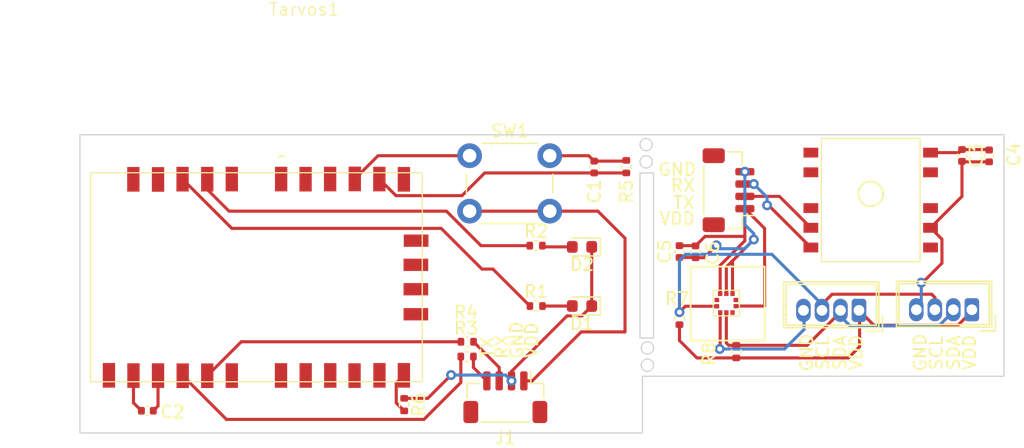
<source format=kicad_pcb>
(kicad_pcb (version 20240108) (generator "pcbnew") (generator_version "8.0")
  (layers (0 "F.Cu" signal) (31 "B.Cu" signal) (34 "B.Paste" user) (35 "F.Paste" user) (36 "B.SilkS" user "B.Silkscreen") (37 "F.SilkS" user "F.Silkscreen") (38 "B.Mask" user) (39 "F.Mask" user) (44 "Edge.Cuts" user))
  (net 0 "")
  (net 1 "GND")
  (net 2 "Net-(Tarvos1-MODE_1)")
  (net 3 "Net-(D1-A)")
  (net 4 "Net-(D2-A)")
  (net 5 "RX")
  (net 6 "TX")
  (net 7 "RX_GPS")
  (net 8 "TX_GPS")
  (net 9 "SCL_P")
  (net 10 "SDA_P")
  (net 17 "Net-(Tarvos1-TX_IND)")
  (net 18 "Net-(Tarvos1-RX_IND)")
  (net 19 "Net-(Tarvos1-UTXD)")
  (net 20 "Net-(Tarvos1-URXD)")
  (net 21 "Net-(Tarvos1-BOOT)")
  (net 41 "VDD_IO")
  (footprint "PA1010D:PA1010D" (layer "F.Cu") (at 158.2 50.9)
    (property "Reference" "PA1010D1" (hide yes))
    (property "Value" "~")
    (fp_rect (start 1 0) (end 9 -10) (stroke (width 0.1)) (fill none) (layer "F.SilkS"))
    (fp_circle (center 5 -5.5) (end 6 -5.5) (stroke (width 0.15)) (fill none) (layer "F.SilkS"))
    (pad "" np_thru_hole circle (at 5 -5.5) (size 1.6 1.6) (drill 1.6) (layers "F&B.Cu" "*.Mask"))
    (pad "1" smd rect (at 0.15 -8.85) (size 1.2 0.8) (layers "F.Cu" "F.Paste" "F.Mask"))
    (pad "2" smd rect (at 0.15 -7.25) (size 1.2 0.8) (layers "F.Cu" "F.Paste" "F.Mask"))
    (pad "3" smd rect (at 0.15 -4.35) (size 1.2 0.8) (layers "F.Cu" "F.Paste" "F.Mask"))
    (pad "4" smd rect (at 0.15 -2.75) (size 1.2 0.8) (layers "F.Cu" "F.Paste" "F.Mask") (net 8 "TX_GPS"))
    (pad "5" smd rect (at 0.15 -1.15) (size 1.2 0.8) (layers "F.Cu" "F.Paste" "F.Mask") (net 7 "RX_GPS"))
    (pad "6" smd rect (at 9.85 -1.15) (size 1.2 0.8) (layers "F.Cu" "F.Paste" "F.Mask"))
    (pad "7" smd rect (at 9.85 -2.75) (size 1.2 0.8) (layers "F.Cu" "F.Paste" "F.Mask") (net 1 "GND"))
    (pad "8" smd rect (at 9.85 -4.35) (size 1.2 0.8) (layers "F.Cu" "F.Paste" "F.Mask"))
    (pad "9" smd rect (at 9.85 -7.25) (size 1.2 0.8) (layers "F.Cu" "F.Paste" "F.Mask"))
    (pad "10" smd rect (at 9.85 -8.85) (size 1.2 0.8) (layers "F.Cu" "F.Paste" "F.Mask") (net 41 "VDD_IO"))
  )
  (footprint "Resistor_SMD:R_0402_1005Metric" (layer "F.Cu") (at 130.485 58.6 180)
    (property "Reference" "R3" (at 0.085 2.3 180) (layer "F.SilkS"))
    (property "Value" "1000" (hide yes))
    (fp_line (start -0.153641 0.38) (end 0.153641 0.38) (stroke (width 0.12)) (layer "F.SilkS"))
    (fp_line (start -0.153641 -0.38) (end 0.153641 -0.38) (stroke (width 0.12)) (layer "F.SilkS"))
    (pad "1" smd roundrect (at -0.51 0 180) (size 0.54 0.64) (layers "F.Cu" "F.Paste" "F.Mask") (net 6 "TX"))
    (pad "2" smd roundrect (at 0.51 0 180) (size 0.54 0.64) (layers "F.Cu" "F.Paste" "F.Mask") (net 19 "Net-(Tarvos1-UTXD)"))
  )
  (footprint "Resistor_SMD:R_0402_1005Metric" (layer "F.Cu") (at 130.495 57.4 180)
    (property "Reference" "R4" (at 0.11 2.4 180) (layer "F.SilkS"))
    (property "Value" "1000" (hide yes))
    (fp_line (start -0.153641 0.38) (end 0.153641 0.38) (stroke (width 0.12)) (layer "F.SilkS"))
    (fp_line (start -0.153641 -0.38) (end 0.153641 -0.38) (stroke (width 0.12)) (layer "F.SilkS"))
    (pad "1" smd roundrect (at -0.51 0 180) (size 0.54 0.64) (layers "F.Cu" "F.Paste" "F.Mask") (net 5 "RX"))
    (pad "2" smd roundrect (at 0.51 0 180) (size 0.54 0.64) (layers "F.Cu" "F.Paste" "F.Mask") (net 20 "Net-(Tarvos1-URXD)"))
  )
  (footprint "Connector_Wuerth:Wuerth_WR-WTB_64800411622_1x04_P1.50mm_Vertical" (layer "F.Cu") (at 171.4 54.8 180)
    (property "Reference" "J4" (hide yes))
    (property "Value" "Conn_01x04_Pin")
    (fp_line (start 6.11 2.31) (end 6.11 -1.41) (stroke (width 0.12)) (layer "F.SilkS"))
    (fp_line (start 6.11 -1.41) (end -1.61 -1.41) (stroke (width 0.12)) (layer "F.SilkS"))
    (fp_line (start 5.91 2.11) (end 5.91 0.35) (stroke (width 0.12)) (layer "F.SilkS"))
    (fp_line (start 5.91 0.35) (end 6.11 0.35) (stroke (width 0.12)) (layer "F.SilkS"))
    (fp_line (start 5.91 -0.35) (end 6.11 -0.35) (stroke (width 0.12)) (layer "F.SilkS"))
    (fp_line (start 5.91 -0.35) (end 5.91 0.35) (stroke (width 0.12)) (layer "F.SilkS"))
    (fp_line (start 5.91 -1.21) (end 5.91 -0.35) (stroke (width 0.12)) (layer "F.SilkS"))
    (fp_line (start -0.66 -1.71) (end -1.91 -1.71) (stroke (width 0.12)) (layer "F.SilkS"))
    (fp_line (start -1.41 2.11) (end 5.91 2.11) (stroke (width 0.12)) (layer "F.SilkS"))
    (fp_line (start -1.41 0.35) (end -1.41 2.11) (stroke (width 0.12)) (layer "F.SilkS"))
    (fp_line (start -1.41 0.35) (end -1.61 0.35) (stroke (width 0.12)) (layer "F.SilkS"))
    (fp_line (start -1.41 -0.35) (end -1.41 0.35) (stroke (width 0.12)) (layer "F.SilkS"))
    (fp_line (start -1.41 -0.35) (end -1.41 -1.21) (stroke (width 0.12)) (layer "F.SilkS"))
    (fp_line (start -1.41 -1.21) (end 5.91 -1.21) (stroke (width 0.12)) (layer "F.SilkS"))
    (fp_line (start -1.61 2.31) (end 6.11 2.31) (stroke (width 0.12)) (layer "F.SilkS"))
    (fp_line (start -1.61 -0.35) (end -1.41 -0.35) (stroke (width 0.12)) (layer "F.SilkS"))
    (fp_line (start -1.61 -1.41) (end -1.61 2.31) (stroke (width 0.12)) (layer "F.SilkS"))
    (fp_line (start -1.91 -1.71) (end -1.91 -0.46) (stroke (width 0.12)) (layer "F.SilkS"))
    (pad "1" thru_hole roundrect (at 0 0 180) (size 1.17 1.87) (drill 0.87) (layers "*.Cu" "*.Mask") (roundrect_rratio 0.213675) (net 41 "VDD_IO"))
    (pad "2" thru_hole oval (at 1.5 0 180) (size 1.17 1.87) (drill 0.87) (layers "*.Cu" "*.Mask") (net 10 "SDA_P"))
    (pad "3" thru_hole oval (at 3 0 180) (size 1.17 1.87) (drill 0.87) (layers "*.Cu" "*.Mask") (net 9 "SCL_P"))
    (pad "4" thru_hole oval (at 4.5 0 180) (size 1.17 1.87) (drill 0.87) (layers "*.Cu" "*.Mask") (net 1 "GND"))
  )
  (footprint "Capacitor_SMD:C_0402_1005Metric" (layer "F.Cu") (at 104.565 63 180)
    (property "Reference" "C2" (at -2.035 -0.1 0) (layer "F.SilkS"))
    (property "Value" "100u")
    (fp_line (start -0.107836 0.36) (end 0.107836 0.36) (stroke (width 0.12)) (layer "F.SilkS"))
    (fp_line (start -0.107836 -0.36) (end 0.107836 -0.36) (stroke (width 0.12)) (layer "F.SilkS"))
    (pad "1" smd roundrect (at -0.48 0 180) (size 0.56 0.62) (layers "F.Cu" "F.Paste" "F.Mask") (net 41 "VDD_IO"))
    (pad "2" smd roundrect (at 0.48 0 180) (size 0.56 0.62) (layers "F.Cu" "F.Paste" "F.Mask") (net 1 "GND"))
  )
  (footprint "Capacitor_SMD:C_0402_1005Metric" (layer "F.Cu") (at 149 50.1 90)
    (property "Reference" "C6" (at -0.1 1.4 90) (layer "F.SilkS"))
    (property "Value" "100n" (hide yes))
    (fp_line (start -0.107836 -0.36) (end 0.107836 -0.36) (stroke (width 0.12)) (layer "F.SilkS"))
    (fp_line (start -0.107836 0.36) (end 0.107836 0.36) (stroke (width 0.12)) (layer "F.SilkS"))
    (pad "1" smd roundrect (at -0.48 0 90) (size 0.56 0.62) (layers "F.Cu" "F.Paste" "F.Mask") (net 1 "GND"))
    (pad "2" smd roundrect (at 0.48 0 90) (size 0.56 0.62) (layers "F.Cu" "F.Paste" "F.Mask") (net 41 "VDD_IO"))
  )
  (footprint "WSEN-PADS:WSEN-PADS" (layer "F.Cu") (at 151.6 54.98)
    (property "Reference" "WSEN-PADS1" (hide yes))
    (property "Value" "~" (hide yes))
    (fp_rect (start -1.17 -1.76) (end 0.96 0.32) (stroke (width 0.1)) (fill none) (layer "F.SilkS"))
    (pad "1" smd roundrect (at -0.87 -0.97 180) (size 0.375 0.35) (layers "F.Cu" "F.Paste" "F.Mask") (roundrect_rratio 0) (chamfer_ratio 0.2) (chamfer bottom_left) (net 41 "VDD_IO"))
    (pad "2" smd roundrect (at -0.87 -0.46 180) (size 0.375 0.35) (layers "F.Cu" "F.Paste" "F.Mask") (roundrect_rratio 0) (chamfer_ratio 0.2) (chamfer) (net 9 "SCL_P"))
    (pad "3" smd roundrect (at -0.6 0.05 90) (size 0.375 0.35) (layers "F.Cu" "F.Paste" "F.Mask") (roundrect_rratio 0) (chamfer_ratio 0.2) (chamfer) (net 1 "GND"))
    (pad "4" smd roundrect (at -0.1 0.05 90) (size 0.375 0.35) (layers "F.Cu" "F.Paste" "F.Mask") (roundrect_rratio 0) (chamfer_ratio 0.2) (chamfer) (net 10 "SDA_P"))
    (pad "5" smd roundrect (at 0.4 0.05 90) (size 0.375 0.35) (layers "F.Cu" "F.Paste" "F.Mask") (roundrect_rratio 0) (chamfer_ratio 0.2) (chamfer))
    (pad "6" smd roundrect (at 0.67 -0.47 180) (size 0.375 0.35) (layers "F.Cu" "F.Paste" "F.Mask") (roundrect_rratio 0) (chamfer_ratio 0.2) (chamfer) (net 41 "VDD_IO"))
    (pad "7" smd roundrect (at 0.67 -0.97 180) (size 0.375 0.35) (layers "F.Cu" "F.Paste" "F.Mask") (roundrect_rratio 0) (chamfer_ratio 0.2) (chamfer))
    (pad "8" smd roundrect (at 0.4 -1.48 90) (size 0.375 0.35) (layers "F.Cu" "F.Paste" "F.Mask") (roundrect_rratio 0) (chamfer_ratio 0.2) (chamfer) (net 1 "GND"))
    (pad "9" smd roundrect (at -0.1 -1.48 90) (size 0.375 0.35) (layers "F.Cu" "F.Paste" "F.Mask") (roundrect_rratio 0) (chamfer_ratio 0.2) (chamfer) (net 1 "GND"))
    (pad "10" smd roundrect (at -0.6 -1.48 90) (size 0.375 0.35) (layers "F.Cu" "F.Paste" "F.Mask") (roundrect_rratio 0) (chamfer_ratio 0.2) (chamfer) (net 41 "VDD_IO"))
  )
  (footprint "Capacitor_SMD:C_0402_1005Metric" (layer "F.Cu") (at 140.785 43.22 -90)
    (property "Reference" "C1" (at 1.98 -0.015 90) (layer "F.SilkS"))
    (property "Value" "10n" (hide yes))
    (fp_line (start -0.107836 0.36) (end 0.107836 0.36) (stroke (width 0.12)) (layer "F.SilkS"))
    (fp_line (start -0.107836 -0.36) (end 0.107836 -0.36) (stroke (width 0.12)) (layer "F.SilkS"))
    (pad "1" smd roundrect (at -0.48 0 270) (size 0.56 0.62) (layers "F.Cu" "F.Paste" "F.Mask") (net 2 "Net-(Tarvos1-MODE_1)"))
    (pad "2" smd roundrect (at 0.48 0 270) (size 0.56 0.62) (layers "F.Cu" "F.Paste" "F.Mask") (net 1 "GND"))
  )
  (footprint "Connector_Wuerth:Wuerth_WR-WTB_64800411622_1x04_P1.50mm_Vertical" (layer "F.Cu") (at 162.25 54.85 180)
    (property "Reference" "J3" (hide yes))
    (property "Value" "Conn_01x04_Pin")
    (fp_line (start 6.11 2.31) (end 6.11 -1.41) (stroke (width 0.12)) (layer "F.SilkS"))
    (fp_line (start 6.11 -1.41) (end -1.61 -1.41) (stroke (width 0.12)) (layer "F.SilkS"))
    (fp_line (start 5.91 2.11) (end 5.91 0.35) (stroke (width 0.12)) (layer "F.SilkS"))
    (fp_line (start 5.91 0.35) (end 6.11 0.35) (stroke (width 0.12)) (layer "F.SilkS"))
    (fp_line (start 5.91 -0.35) (end 6.11 -0.35) (stroke (width 0.12)) (layer "F.SilkS"))
    (fp_line (start 5.91 -0.35) (end 5.91 0.35) (stroke (width 0.12)) (layer "F.SilkS"))
    (fp_line (start 5.91 -1.21) (end 5.91 -0.35) (stroke (width 0.12)) (layer "F.SilkS"))
    (fp_line (start -0.66 -1.71) (end -1.91 -1.71) (stroke (width 0.12)) (layer "F.SilkS"))
    (fp_line (start -1.41 2.11) (end 5.91 2.11) (stroke (width 0.12)) (layer "F.SilkS"))
    (fp_line (start -1.41 0.35) (end -1.41 2.11) (stroke (width 0.12)) (layer "F.SilkS"))
    (fp_line (start -1.41 0.35) (end -1.61 0.35) (stroke (width 0.12)) (layer "F.SilkS"))
    (fp_line (start -1.41 -0.35) (end -1.41 0.35) (stroke (width 0.12)) (layer "F.SilkS"))
    (fp_line (start -1.41 -0.35) (end -1.41 -1.21) (stroke (width 0.12)) (layer "F.SilkS"))
    (fp_line (start -1.41 -1.21) (end 5.91 -1.21) (stroke (width 0.12)) (layer "F.SilkS"))
    (fp_line (start -1.61 2.31) (end 6.11 2.31) (stroke (width 0.12)) (layer "F.SilkS"))
    (fp_line (start -1.61 -0.35) (end -1.41 -0.35) (stroke (width 0.12)) (layer "F.SilkS"))
    (fp_line (start -1.61 -1.41) (end -1.61 2.31) (stroke (width 0.12)) (layer "F.SilkS"))
    (fp_line (start -1.91 -1.71) (end -1.91 -0.46) (stroke (width 0.12)) (layer "F.SilkS"))
    (pad "1" thru_hole roundrect (at 0 0 180) (size 1.17 1.87) (drill 0.87) (layers "*.Cu" "*.Mask") (roundrect_rratio 0.213675) (net 41 "VDD_IO"))
    (pad "2" thru_hole oval (at 1.5 0 180) (size 1.17 1.87) (drill 0.87) (layers "*.Cu" "*.Mask") (net 10 "SDA_P"))
    (pad "3" thru_hole oval (at 3 0 180) (size 1.17 1.87) (drill 0.87) (layers "*.Cu" "*.Mask") (net 9 "SCL_P"))
    (pad "4" thru_hole oval (at 4.5 0 180) (size 1.17 1.87) (drill 0.87) (layers "*.Cu" "*.Mask") (net 1 "GND"))
  )
  (footprint "Capacitor_SMD:C_0402_1005Metric" (layer "F.Cu") (at 172.8 42.32 -90)
    (property "Reference" "C4" (at -0.12 -2 90) (layer "F.SilkS"))
    (property "Value" "100u")
    (fp_line (start -0.107836 0.36) (end 0.107836 0.36) (stroke (width 0.12)) (layer "F.SilkS"))
    (fp_line (start -0.107836 -0.36) (end 0.107836 -0.36) (stroke (width 0.12)) (layer "F.SilkS"))
    (pad "1" smd roundrect (at -0.48 0 270) (size 0.56 0.62) (layers "F.Cu" "F.Paste" "F.Mask") (net 41 "VDD_IO"))
    (pad "2" smd roundrect (at 0.48 0 270) (size 0.56 0.62) (layers "F.Cu" "F.Paste" "F.Mask") (net 1 "GND"))
  )
  (footprint "Resistor_SMD:R_0402_1005Metric" (layer "F.Cu") (at 136.085 54.5)
    (property "Reference" "R1" (at 0 -1.17 0) (layer "F.SilkS"))
    (property "Value" "220")
    (fp_line (start -0.153641 -0.38) (end 0.153641 -0.38) (stroke (width 0.12)) (layer "F.SilkS"))
    (fp_line (start -0.153641 0.38) (end 0.153641 0.38) (stroke (width 0.12)) (layer "F.SilkS"))
    (pad "1" smd roundrect (at -0.51 0) (size 0.54 0.64) (layers "F.Cu" "F.Paste" "F.Mask") (net 17 "Net-(Tarvos1-TX_IND)"))
    (pad "2" smd roundrect (at 0.51 0) (size 0.54 0.64) (layers "F.Cu" "F.Paste" "F.Mask") (net 3 "Net-(D1-A)"))
  )
  (footprint "Resistor_SMD:R_0402_1005Metric" (layer "F.Cu") (at 125.385 62.5 -90)
    (property "Reference" "R6" (at 0 -1.17 90) (layer "F.SilkS"))
    (property "Value" "220" (hide yes))
    (fp_line (start -0.153641 0.38) (end 0.153641 0.38) (stroke (width 0.12)) (layer "F.SilkS"))
    (fp_line (start -0.153641 -0.38) (end 0.153641 -0.38) (stroke (width 0.12)) (layer "F.SilkS"))
    (pad "1" smd roundrect (at -0.51 0 270) (size 0.54 0.64) (layers "F.Cu" "F.Paste" "F.Mask") (net 1 "GND"))
    (pad "2" smd roundrect (at 0.51 0 270) (size 0.54 0.64) (layers "F.Cu" "F.Paste" "F.Mask") (net 21 "Net-(Tarvos1-BOOT)"))
  )
  (footprint "Connector_JST:JST_SH_BM04B-SRSS-TB_1x04-1MP_P1.00mm_Vertical" (layer "F.Cu") (at 133.585 61.9 180)
    (property "Reference" "J1" (at 0 -3.3 0) (layer "F.SilkS"))
    (property "Value" "Conn_01x04_Pin" (hide yes))
    (fp_line (start 3.11 1.11) (end 2.06 1.11) (stroke (width 0.12)) (layer "F.SilkS"))
    (fp_line (start 3.11 -0.04) (end 3.11 1.11) (stroke (width 0.12)) (layer "F.SilkS"))
    (fp_line (start -1.94 -2.01) (end 1.94 -2.01) (stroke (width 0.12)) (layer "F.SilkS"))
    (fp_line (start -2.06 1.11) (end -2.06 2.1) (stroke (width 0.12)) (layer "F.SilkS"))
    (fp_line (start -3.11 1.11) (end -2.06 1.11) (stroke (width 0.12)) (layer "F.SilkS"))
    (fp_line (start -3.11 -0.04) (end -3.11 1.11) (stroke (width 0.12)) (layer "F.SilkS"))
    (pad "1" smd roundrect (at -1.5 1.325 180) (size 0.6 1.55) (layers "F.Cu" "F.Paste" "F.Mask") (net 41 "VDD_IO"))
    (pad "2" smd roundrect (at -0.5 1.325 180) (size 0.6 1.55) (layers "F.Cu" "F.Paste" "F.Mask") (net 1 "GND"))
    (pad "3" smd roundrect (at 0.5 1.325 180) (size 0.6 1.55) (layers "F.Cu" "F.Paste" "F.Mask") (net 5 "RX"))
    (pad "4" smd roundrect (at 1.5 1.325 180) (size 0.6 1.55) (layers "F.Cu" "F.Paste" "F.Mask") (net 6 "TX"))
    (pad "MP" smd roundrect (at -2.8 -1.2 180) (size 1.2 1.8) (layers "F.Cu" "F.Paste" "F.Mask") (roundrect_rratio 0.208333))
    (pad "MP" smd roundrect (at 2.8 -1.2 180) (size 1.2 1.8) (layers "F.Cu" "F.Paste" "F.Mask") (roundrect_rratio 0.208333))
  )
  (footprint "Resistor_SMD:R_0402_1005Metric" (layer "F.Cu") (at 136.075 49.6)
    (property "Reference" "R2" (at 0 -1.17 0) (layer "F.SilkS"))
    (property "Value" "220")
    (fp_line (start -0.153641 -0.38) (end 0.153641 -0.38) (stroke (width 0.12)) (layer "F.SilkS"))
    (fp_line (start -0.153641 0.38) (end 0.153641 0.38) (stroke (width 0.12)) (layer "F.SilkS"))
    (pad "1" smd roundrect (at -0.51 0) (size 0.54 0.64) (layers "F.Cu" "F.Paste" "F.Mask") (net 18 "Net-(Tarvos1-RX_IND)"))
    (pad "2" smd roundrect (at 0.51 0) (size 0.54 0.64) (layers "F.Cu" "F.Paste" "F.Mask") (net 4 "Net-(D2-A)"))
  )
  (footprint "Tarvos III:Tarvos III" (layer "F.Cu") (at 117.27 35.295)
    (property "Reference" "Tarvos1" (at 0 -4.87 0) (layer "F.SilkS") (effects (font (thickness 0.1))))
    (property "Value" "~" (at -1.77 7.03 0) (layer "F.SilkS"))
    (fp_rect (start -17.31 8.39) (end 9.58 25.35) (stroke (width 0.1)) (fill none) (layer "F.SilkS"))
    (pad "1" smd rect (at -15.82 24.83) (size 1 2) (layers "F.Cu" "F.Paste" "F.Mask"))
    (pad "2" smd rect (at -13.83 24.85) (size 1 2) (layers "F.Cu" "F.Paste" "F.Mask") (net 1 "GND"))
    (pad "3" smd rect (at -11.84 24.85) (size 1 2) (layers "F.Cu" "F.Paste" "F.Mask") (net 41 "VDD_IO"))
    (pad "4" smd rect (at -9.84 24.86) (size 1 2) (layers "F.Cu" "F.Paste" "F.Mask") (net 19 "Net-(Tarvos1-UTXD)"))
    (pad "5" smd rect (at -7.85 24.86) (size 1 2) (layers "F.Cu" "F.Paste" "F.Mask") (net 20 "Net-(Tarvos1-URXD)"))
    (pad "6" smd rect (at -5.86 24.85) (size 1 2) (layers "F.Cu" "F.Paste" "F.Mask"))
    (pad "7" smd rect (at -1.87 24.84) (size 1 2) (layers "F.Cu" "F.Paste" "F.Mask"))
    (pad "8" smd rect (at 0.13 24.84) (size 1 2) (layers "F.Cu" "F.Paste" "F.Mask"))
    (pad "9" smd rect (at 2.12 24.84) (size 1 2) (layers "F.Cu" "F.Paste" "F.Mask"))
    (pad "10" smd rect (at 4.09 24.85) (size 1 2) (layers "F.Cu" "F.Paste" "F.Mask"))
    (pad "11" smd rect (at 6.11 24.83) (size 1 2) (layers "F.Cu" "F.Paste" "F.Mask"))
    (pad "12" smd rect (at 8.09 24.83) (size 1 2) (layers "F.Cu" "F.Paste" "F.Mask") (net 21 "Net-(Tarvos1-BOOT)"))
    (pad "13" smd rect (at 8.09 8.92) (size 1 2) (layers "F.Cu" "F.Paste" "F.Mask"))
    (pad "14" smd rect (at 6.1 8.9) (size 1 2) (layers "F.Cu" "F.Paste" "F.Mask") (net 1 "GND"))
    (pad "15" smd rect (at 4.11 8.89) (size 1 2) (layers "F.Cu" "F.Paste" "F.Mask") (net 2 "Net-(Tarvos1-MODE_1)"))
    (pad "16" smd rect (at 2.11 8.9) (size 1 2) (layers "F.Cu" "F.Paste" "F.Mask"))
    (pad "17" smd rect (at 0.12 8.91) (size 1 2) (layers "F.Cu" "F.Paste" "F.Mask"))
    (pad "18" smd rect (at -1.86 8.9) (size 1 2) (layers "F.Cu" "F.Paste" "F.Mask"))
    (pad "19" smd rect (at -5.86 8.9) (size 1 2) (layers "F.Cu" "F.Paste" "F.Mask"))
    (pad "20" smd rect (at -7.85 8.91) (size 1 2) (layers "F.Cu" "F.Paste" "F.Mask") (net 18 "Net-(Tarvos1-RX_IND)"))
    (pad "21" smd rect (at -9.85 8.91) (size 1 2) (layers "F.Cu" "F.Paste" "F.Mask") (net 17 "Net-(Tarvos1-TX_IND)"))
    (pad "22" smd rect (at -11.84 8.93) (size 1 2) (layers "F.Cu" "F.Paste" "F.Mask"))
    (pad "23" smd rect (at -13.84 8.92) (size 1 2) (layers "F.Cu" "F.Paste" "F.Mask") (net 1 "GND"))
    (pad "i1" smd rect (at 9.06 19.87 90) (size 1 2) (layers "F.Cu" "F.Paste" "F.Mask"))
    (pad "i2" smd rect (at 9.06 17.84 90) (size 1 2) (layers "F.Cu" "F.Paste" "F.Mask"))
    (pad "i3" smd rect (at 9.06 15.86 90) (size 1 2) (layers "F.Cu" "F.Paste" "F.Mask"))
    (pad "i4" smd rect (at 9.08 13.9 90) (size 1 2) (layers "F.Cu" "F.Paste" "F.Mask"))
  )
  (footprint "Capacitor_SMD:C_0402_1005Metric" (layer "F.Cu") (at 170.6 42.28 -90)
    (property "Reference" "C3" (at 0 -1.16 90) (layer "F.SilkS"))
    (property "Value" "100u")
    (fp_line (start -0.107836 0.36) (end 0.107836 0.36) (stroke (width 0.12)) (layer "F.SilkS"))
    (fp_line (start -0.107836 -0.36) (end 0.107836 -0.36) (stroke (width 0.12)) (layer "F.SilkS"))
    (pad "1" smd roundrect (at -0.48 0 270) (size 0.56 0.62) (layers "F.Cu" "F.Paste" "F.Mask") (net 41 "VDD_IO"))
    (pad "2" smd roundrect (at 0.48 0 270) (size 0.56 0.62) (layers "F.Cu" "F.Paste" "F.Mask") (net 1 "GND"))
  )
  (footprint "Resistor_SMD:R_0402_1005Metric" (layer "F.Cu") (at 152.3 58.2 90)
    (property "Reference" "R8" (at -0.2 -2.2 90) (layer "F.SilkS"))
    (property "Value" "2.2k")
    (fp_line (start -0.153641 -0.38) (end 0.153641 -0.38) (stroke (width 0.12)) (layer "F.SilkS"))
    (fp_line (start -0.153641 0.38) (end 0.153641 0.38) (stroke (width 0.12)) (layer "F.SilkS"))
    (pad "1" smd roundrect (at -0.51 0 90) (size 0.54 0.64) (layers "F.Cu" "F.Paste" "F.Mask") (net 41 "VDD_IO"))
    (pad "2" smd roundrect (at 0.51 0 90) (size 0.54 0.64) (layers "F.Cu" "F.Paste" "F.Mask") (net 10 "SDA_P"))
  )
  (footprint "Capacitor_SMD:C_0402_1005Metric" (layer "F.Cu") (at 147.7 50.08 90)
    (property "Reference" "C5" (at 0 -1.2 90) (layer "F.SilkS"))
    (property "Value" "4.7u" (hide yes))
    (fp_line (start -0.107836 -0.36) (end 0.107836 -0.36) (stroke (width 0.12)) (layer "F.SilkS"))
    (fp_line (start -0.107836 0.36) (end 0.107836 0.36) (stroke (width 0.12)) (layer "F.SilkS"))
    (pad "1" smd roundrect (at -0.48 0 90) (size 0.56 0.62) (layers "F.Cu" "F.Paste" "F.Mask") (net 1 "GND"))
    (pad "2" smd roundrect (at 0.48 0 90) (size 0.56 0.62) (layers "F.Cu" "F.Paste" "F.Mask") (net 41 "VDD_IO"))
  )
  (footprint "LED_SMD:LED_0603_1608Metric" (layer "F.Cu") (at 139.7975 49.7 180)
    (property "Reference" "D2" (at 0 -1.43 0) (layer "F.SilkS"))
    (property "Value" "LED_Small")
    (fp_line (start 0.8 -0.735) (end -1.485 -0.735) (stroke (width 0.12)) (layer "F.SilkS"))
    (fp_line (start -1.485 0.735) (end 0.8 0.735) (stroke (width 0.12)) (layer "F.SilkS"))
    (fp_line (start -1.485 -0.735) (end -1.485 0.735) (stroke (width 0.12)) (layer "F.SilkS"))
    (pad "1" smd roundrect (at -0.7875 0 180) (size 0.875 0.95) (layers "F.Cu" "F.Paste" "F.Mask") (net 1 "GND"))
    (pad "2" smd roundrect (at 0.7875 0 180) (size 0.875 0.95) (layers "F.Cu" "F.Paste" "F.Mask") (net 4 "Net-(D2-A)"))
  )
  (footprint "Button_Switch_THT:SW_PUSH_6mm" (layer "F.Cu") (at 130.685 42.3)
    (property "Reference" "SW1" (at 3.25 -2 0) (layer "F.SilkS"))
    (property "Value" "SW_Push")
    (fp_line (start -0.25 1.5) (end -0.25 3) (stroke (width 0.12)) (layer "F.SilkS"))
    (fp_line (start 1 5.5) (end 5.5 5.5) (stroke (width 0.12)) (layer "F.SilkS"))
    (fp_line (start 5.5 -1) (end 1 -1) (stroke (width 0.12)) (layer "F.SilkS"))
    (fp_line (start 6.75 3) (end 6.75 1.5) (stroke (width 0.12)) (layer "F.SilkS"))
    (pad "1" thru_hole circle (at 0 0 90) (size 2 2) (drill 1.1) (layers "*.Cu" "*.Mask") (net 2 "Net-(Tarvos1-MODE_1)"))
    (pad "1" thru_hole circle (at 6.5 0 90) (size 2 2) (drill 1.1) (layers "*.Cu" "*.Mask") (net 2 "Net-(Tarvos1-MODE_1)"))
    (pad "2" thru_hole circle (at 0 4.5 90) (size 2 2) (drill 1.1) (layers "*.Cu" "*.Mask") (net 41 "VDD_IO"))
    (pad "2" thru_hole circle (at 6.5 4.5 90) (size 2 2) (drill 1.1) (layers "*.Cu" "*.Mask") (net 41 "VDD_IO"))
  )
  (footprint "LED_SMD:LED_0603_1608Metric" (layer "F.Cu") (at 139.7975 54.5 180)
    (property "Reference" "D1" (at 0 -1.43 0) (layer "F.SilkS"))
    (property "Value" "LED_Small")
    (fp_line (start 0.8 -0.735) (end -1.485 -0.735) (stroke (width 0.12)) (layer "F.SilkS"))
    (fp_line (start -1.485 0.735) (end 0.8 0.735) (stroke (width 0.12)) (layer "F.SilkS"))
    (fp_line (start -1.485 -0.735) (end -1.485 0.735) (stroke (width 0.12)) (layer "F.SilkS"))
    (pad "1" smd roundrect (at -0.7875 0 180) (size 0.875 0.95) (layers "F.Cu" "F.Paste" "F.Mask") (net 1 "GND"))
    (pad "2" smd roundrect (at 0.7875 0 180) (size 0.875 0.95) (layers "F.Cu" "F.Paste" "F.Mask") (net 3 "Net-(D1-A)"))
  )
  (footprint "Connector_JST:JST_SH_BM04B-SRSS-TB_1x04-1MP_P1.00mm_Vertical" (layer "F.Cu") (at 151.675 45.1 90)
    (property "Reference" "J2" (hide yes))
    (property "Value" "Conn_01x04_Pin")
    (fp_line (start -1.94 -2.01) (end 1.94 -2.01) (stroke (width 0.12)) (layer "F.SilkS"))
    (fp_line (start 3.11 -0.04) (end 3.11 1.11) (stroke (width 0.12)) (layer "F.SilkS"))
    (fp_line (start -3.11 -0.04) (end -3.11 1.11) (stroke (width 0.12)) (layer "F.SilkS"))
    (fp_line (start 3.11 1.11) (end 2.06 1.11) (stroke (width 0.12)) (layer "F.SilkS"))
    (fp_line (start -2.06 1.11) (end -2.06 2.1) (stroke (width 0.12)) (layer "F.SilkS"))
    (fp_line (start -3.11 1.11) (end -2.06 1.11) (stroke (width 0.12)) (layer "F.SilkS"))
    (pad "1" smd roundrect (at -1.5 1.325 90) (size 0.6 1.55) (layers "F.Cu" "F.Paste" "F.Mask") (net 41 "VDD_IO"))
    (pad "2" smd roundrect (at -0.5 1.325 90) (size 0.6 1.55) (layers "F.Cu" "F.Paste" "F.Mask") (net 8 "TX_GPS"))
    (pad "3" smd roundrect (at 0.5 1.325 90) (size 0.6 1.55) (layers "F.Cu" "F.Paste" "F.Mask") (net 7 "RX_GPS"))
    (pad "4" smd roundrect (at 1.5 1.325 90) (size 0.6 1.55) (layers "F.Cu" "F.Paste" "F.Mask") (net 1 "GND"))
    (pad "MP" smd roundrect (at -2.8 -1.2 90) (size 1.2 1.8) (layers "F.Cu" "F.Paste" "F.Mask") (roundrect_rratio 0.208333))
    (pad "MP" smd roundrect (at 2.8 -1.2 90) (size 1.2 1.8) (layers "F.Cu" "F.Paste" "F.Mask") (roundrect_rratio 0.208333))
  )
  (footprint "Resistor_SMD:R_0402_1005Metric" (layer "F.Cu") (at 143.385 43.19 90)
    (property "Reference" "R5" (at -2.01 0.015 90) (layer "F.SilkS"))
    (property "Value" "10k" (hide yes))
    (fp_line (start -0.153641 -0.38) (end 0.153641 -0.38) (stroke (width 0.12)) (layer "F.SilkS"))
    (fp_line (start -0.153641 0.38) (end 0.153641 0.38) (stroke (width 0.12)) (layer "F.SilkS"))
    (pad "1" smd roundrect (at -0.51 0 90) (size 0.54 0.64) (layers "F.Cu" "F.Paste" "F.Mask") (net 1 "GND"))
    (pad "2" smd roundrect (at 0.51 0 90) (size 0.54 0.64) (layers "F.Cu" "F.Paste" "F.Mask") (net 2 "Net-(Tarvos1-MODE_1)"))
  )
  (footprint "Resistor_SMD:R_0402_1005Metric" (layer "F.Cu") (at 147.7 55.5 -90)
    (property "Reference" "R7" (at -1.6 0.2 180) (layer "F.SilkS"))
    (property "Value" "2.2k")
    (fp_line (start -0.153641 0.38) (end 0.153641 0.38) (stroke (width 0.12)) (layer "F.SilkS"))
    (fp_line (start -0.153641 -0.38) (end 0.153641 -0.38) (stroke (width 0.12)) (layer "F.SilkS"))
    (pad "1" smd roundrect (at -0.51 0 270) (size 0.54 0.64) (layers "F.Cu" "F.Paste" "F.Mask") (net 9 "SCL_P"))
    (pad "2" smd roundrect (at 0.51 0 270) (size 0.54 0.64) (layers "F.Cu" "F.Paste" "F.Mask") (net 41 "VDD_IO"))
  )
  (gr_rect (start 148.6 51.3) (end 154.6 57.3) (stroke (width 0.15)) (fill none) (layer "F.SilkS"))
  (gr_circle (center 145.1 57.9) (end 145.6 57.9) (stroke (width 0.1)) (fill none) (layer "Edge.Cuts"))
  (gr_rect (start 144.5 43.7) (end 145.6 57.1) (stroke (width 0.1)) (fill none) (layer "Edge.Cuts"))
  (gr_line (start 99.1 40.6) (end 174 40.6) (stroke (width 0.1)) (layer "Edge.Cuts"))
  (gr_circle (center 145 42.8) (end 145.5 42.8) (stroke (width 0.1)) (fill none) (layer "Edge.Cuts"))
  (gr_line (start 144.7 64.8) (end 99.1 64.8) (stroke (width 0.1)) (layer "Edge.Cuts"))
  (gr_line (start 99.1 64.8) (end 99.1 40.6) (stroke (width 0.1)) (layer "Edge.Cuts"))
  (gr_circle (center 145 41.4) (end 145.5 41.4) (stroke (width 0.1)) (fill none) (layer "Edge.Cuts"))
  (gr_line (start 174 60.2) (end 144.7 60.2) (stroke (width 0.1)) (layer "Edge.Cuts"))
  (gr_line (start 144.7 64.8) (end 144.7 60.2) (stroke (width 0.1)) (layer "Edge.Cuts"))
  (gr_line (start 174 60.2) (end 174 40.6) (stroke (width 0.1)) (layer "Edge.Cuts"))
  (gr_circle (center 145.1 59.3) (end 145.6 59.3) (stroke (width 0.1)) (fill none) (layer "Edge.Cuts"))
  (gr_text "RX" (at 133.9 58.9 90) (layer "F.SilkS") (effects (font (size 1 1)) (justify left bottom)))
  (gr_text "VDD" (at 162.6 59.8 90) (layer "F.SilkS") (effects (font (size 1 1)) (justify left bottom)))
  (gr_text "GND" (at 145.9 44 0) (layer "F.SilkS") (effects (font (size 1 1)) (justify left bottom)))
  (gr_text "TX" (at 147.1 46.7 0) (layer "F.SilkS") (effects (font (size 1 1)) (justify left bottom)))
  (gr_text "VDD" (at 136.3 58.8 90) (layer "F.SilkS") (effects (font (size 1 1)) (justify left bottom)))
  (gr_text "RX" (at 146.9 45.3 0) (layer "F.SilkS") (effects (font (size 1 1)) (justify left bottom)))
  (gr_text "SDA" (at 170.5 59.8 90) (layer "F.SilkS") (effects (font (size 1 1)) (justify left bottom)))
  (gr_text "SDA" (at 161.3 59.8 90) (layer "F.SilkS") (effects (font (size 1 1)) (justify left bottom)))
  (gr_text "SCL" (at 169.1 59.8 90) (layer "F.SilkS") (effects (font (size 1 1)) (justify left bottom)))
  (gr_text "GND" (at 167.8 59.9 90) (layer "F.SilkS") (effects (font (size 1 1)) (justify left bottom)))
  (gr_text "VDD" (at 146 48 0) (layer "F.SilkS") (effects (font (size 1 1)) (justify left bottom)))
  (gr_text "SCL" (at 159.9 59.8 90) (layer "F.SilkS") (effects (font (size 1 1)) (justify left bottom)))
  (gr_text "VDD" (at 171.8 59.8 90) (layer "F.SilkS") (effects (font (size 1 1)) (justify left bottom)))
  (gr_text "GND" (at 158.6 59.9 90) (layer "F.SilkS") (effects (font (size 1 1)) (justify left bottom)))
  (gr_text "GND" (at 135.1 58.9 90) (layer "F.SilkS") (effects (font (size 1 1)) (justify left bottom)))
  (gr_text "TX" (at 132.7 58.8 90) (layer "F.SilkS") (effects (font (size 1 1)) (justify left bottom)))
  (segment (start 140.785 43.7) (end 143.385 43.7) (width 0.25) (layer "F.Cu") (net 1))
  (segment (start 134.085 60.575) (end 134.085 59.800001) (width 0.25) (layer "F.Cu") (net 1))
  (segment (start 127.295 61.99) (end 129.185 60.1) (width 0.25) (layer "F.Cu") (net 1))
  (segment (start 151 57.946114) (end 150.961113 57.985001) (width 0.25) (layer "F.Cu") (net 1))
  (segment (start 168.975 49.075) (end 168.975 51.025) (width 0.25) (layer "F.Cu") (net 1))
  (segment (start 170.64 42.8) (end 170.6 42.76) (width 0.25) (layer "F.Cu") (net 1))
  (segment (start 151 55.03) (end 151 57.946114) (width 0.25) (layer "F.Cu") (net 1))
  (segment (start 147.7 50.56) (end 148.98 50.56) (width 0.25) (layer "F.Cu") (net 1))
  (segment (start 148.98 50.56) (end 149 50.58) (width 0.25) (layer "F.Cu") (net 1))
  (segment (start 152 50.836396) (end 152.018198 50.818198) (width 0.25) (layer "F.Cu") (net 1))
  (segment (start 152.018198 50.818198) (end 153.725 49.111396) (width 0.25) (layer "F.Cu") (net 1))
  (segment (start 139.785 55.3) (end 140.585 54.5) (width 0.25) (layer "F.Cu") (net 1))
  (segment (start 140.585 54.5) (end 140.585 49.7) (width 0.25) (layer "F.Cu") (net 1))
  (segment (start 130.071167 45.54) (end 131.911167 43.7) (width 0.25) (layer "F.Cu") (net 1))
  (segment (start 151.5 51.336396) (end 152.018198 50.818198) (width 0.25) (layer "F.Cu") (net 1))
  (segment (start 172.8 42.8) (end 170.64 42.8) (width 0.25) (layer "F.Cu") (net 1))
  (segment (start 134.085 59.800001) (end 138.585001 55.3) (width 0.25) (layer "F.Cu") (net 1))
  (segment (start 170.6 45.6) (end 170.6 42.76) (width 0.25) (layer "F.Cu") (net 1))
  (segment (start 151.5 53.5) (end 151.5 51.336396) (width 0.25) (layer "F.Cu") (net 1))
  (segment (start 149 50.58) (end 149.695 50.58) (width 0.25) (layer "F.Cu") (net 1))
  (segment (start 125.385 61.99) (end 127.295 61.99) (width 0.25) (layer "F.Cu") (net 1))
  (segment (start 152 53.5) (end 152 50.836396) (width 0.25) (layer "F.Cu") (net 1))
  (segment (start 123.37 44.195) (end 124.715 45.54) (width 0.25) (layer "F.Cu") (net 1))
  (segment (start 153.725 49.111396) (end 153.725 49.1) (width 0.25) (layer "F.Cu") (net 1))
  (segment (start 103.44 62.355) (end 104.085 63) (width 0.25) (layer "F.Cu") (net 1))
  (segment (start 124.715 45.54) (end 130.071167 45.54) (width 0.25) (layer "F.Cu") (net 1))
  (segment (start 168.975 51.025) (end 167.4 52.6) (width 0.25) (layer "F.Cu") (net 1))
  (segment (start 131.911167 43.7) (end 140.785 43.7) (width 0.25) (layer "F.Cu") (net 1))
  (segment (start 168.05 48.15) (end 168.975 49.075) (width 0.25) (layer "F.Cu") (net 1))
  (segment (start 167.4 52.6) (end 167.3 52.6) (width 0.25) (layer "F.Cu") (net 1))
  (segment (start 103.44 60.145) (end 103.44 62.355) (width 0.25) (layer "F.Cu") (net 1))
  (segment (start 149.695 50.58) (end 150.7 49.575) (width 0.25) (layer "F.Cu") (net 1))
  (segment (start 138.585001 55.3) (end 139.785 55.3) (width 0.25) (layer "F.Cu") (net 1))
  (segment (start 168.05 48.15) (end 170.6 45.6) (width 0.25) (layer "F.Cu") (net 1))
  (via (at 153 43.6) (size 0.8) (drill 0.4) (layers "F.Cu" "B.Cu") (net 1))
  (via (at 150.961113 57.985001) (size 0.8) (drill 0.4) (layers "F.Cu" "B.Cu") (net 1))
  (via (at 134.085 60.575) (size 0.8) (drill 0.4) (layers "F.Cu" "B.Cu") (net 1))
  (via (at 150.7 49.575) (size 0.8) (drill 0.4) (layers "F.Cu" "B.Cu") (net 1))
  (via (at 153.725 49.1) (size 0.8) (drill 0.4) (layers "F.Cu" "B.Cu") (net 1))
  (via (at 167.3 52.6) (size 0.8) (drill 0.4) (layers "F.Cu" "B.Cu") (net 1))
  (via (at 129.185 60.1) (size 0.8) (drill 0.4) (layers "F.Cu" "B.Cu") (net 1))
  (segment (start 129.185 60.1) (end 133.61 60.1) (width 0.25) (layer "B.Cu") (net 1))
  (segment (start 153 47.9) (end 153 43.6) (width 0.25) (layer "B.Cu") (net 1))
  (segment (start 150.7 49.8) (end 150.75 49.85) (width 0.25) (layer "B.Cu") (net 1))
  (segment (start 156.214999 57.985001) (end 157.8 56.4) (width 0.25) (layer "B.Cu") (net 1))
  (segment (start 152.975 49.85) (end 153.725 49.1) (width 0.25) (layer "B.Cu") (net 1))
  (segment (start 157.8 56.4) (end 157.8 55) (width 0.25) (layer "B.Cu") (net 1))
  (segment (start 150.7 49.575) (end 150.7 49.8) (width 0.25) (layer "B.Cu") (net 1))
  (segment (start 153.725 48.625) (end 153 47.9) (width 0.25) (layer "B.Cu") (net 1))
  (segment (start 150.75 49.85) (end 152.975 49.85) (width 0.25) (layer "B.Cu") (net 1))
  (segment (start 153.725 49.1) (end 153.725 48.625) (width 0.25) (layer "B.Cu") (net 1))
  (segment (start 167.3 54.4) (end 166.9 54.8) (width 0.25) (layer "B.Cu") (net 1))
  (segment (start 167.3 52.6) (end 167.3 54.4) (width 0.25) (layer "B.Cu") (net 1))
  (segment (start 133.61 60.1) (end 134.085 60.575) (width 0.25) (layer "B.Cu") (net 1))
  (segment (start 150.961113 57.985001) (end 156.214999 57.985001) (width 0.25) (layer "B.Cu") (net 1))
  (segment (start 121.38 44.185) (end 123.265 42.3) (width 0.25) (layer "F.Cu") (net 2))
  (segment (start 140.345 42.3) (end 140.785 42.74) (width 0.25) (layer "F.Cu") (net 2))
  (segment (start 123.265 42.3) (end 130.685 42.3) (width 0.25) (layer "F.Cu") (net 2))
  (segment (start 137.185 42.3) (end 140.345 42.3) (width 0.25) (layer "F.Cu") (net 2))
  (segment (start 140.785 42.74) (end 143.325 42.74) (width 0.25) (layer "F.Cu") (net 2))
  (segment (start 143.325 42.74) (end 143.385 42.68) (width 0.25) (layer "F.Cu") (net 2))
  (segment (start 136.595 54.5) (end 139.01 54.5) (width 0.25) (layer "F.Cu") (net 3))
  (segment (start 139.01 49.7) (end 136.685 49.7) (width 0.25) (layer "F.Cu") (net 4))
  (segment (start 136.685 49.7) (end 136.585 49.6) (width 0.25) (layer "F.Cu") (net 4))
  (segment (start 131.005 57.4) (end 133.085 59.48) (width 0.25) (layer "F.Cu") (net 5))
  (segment (start 133.085 59.48) (end 133.085 60.575) (width 0.25) (layer "F.Cu") (net 5))
  (segment (start 130.995 59.485) (end 132.085 60.575) (width 0.25) (layer "F.Cu") (net 6))
  (segment (start 130.995 58.6) (end 130.995 59.485) (width 0.25) (layer "F.Cu") (net 6))
  (segment (start 154.925 46.325) (end 154.8 46.325) (width 0.25) (layer "F.Cu") (net 7))
  (segment (start 158.35 49.75) (end 154.925 46.325) (width 0.25) (layer "F.Cu") (net 7))
  (via (at 153.725 44.6) (size 0.8) (drill 0.4) (layers "F.Cu" "B.Cu") (net 7))
  (via (at 154.8 46.325) (size 0.8) (drill 0.4) (layers "F.Cu" "B.Cu") (net 7))
  (segment (start 154.8 45.675) (end 154.8 46.325) (width 0.25) (layer "B.Cu") (net 7))
  (segment (start 153.725 44.6) (end 154.8 45.675) (width 0.25) (layer "B.Cu") (net 7))
  (segment (start 158.35 48.15) (end 155.8 45.6) (width 0.25) (layer "F.Cu") (net 8))
  (segment (start 155.8 45.6) (end 153 45.6) (width 0.25) (layer "F.Cu") (net 8))
  (segment (start 168.14 53.54) (end 168.4 53.8) (width 0.25) (layer "F.Cu") (net 9))
  (segment (start 147.7 54.99) (end 148.1725 54.5175) (width 0.25) (layer "F.Cu") (net 9))
  (segment (start 159.25 54.85) (end 159.25 54.365) (width 0.25) (layer "F.Cu") (net 9))
  (segment (start 148.1725 54.5175) (end 150.69038 54.5175) (width 0.25) (layer "F.Cu") (net 9))
  (segment (start 160.075 53.54) (end 168.14 53.54) (width 0.25) (layer "F.Cu") (net 9))
  (segment (start 168.4 53.8) (end 168.4 54.8) (width 0.25) (layer "F.Cu") (net 9))
  (segment (start 159.25 54.365) (end 160.075 53.54) (width 0.25) (layer "F.Cu") (net 9))
  (via (at 147.7 55) (size 0.8) (drill 0.4) (layers "F.Cu" "B.Cu") (net 9))
  (segment (start 159.25 54.365) (end 155.185 50.3) (width 0.25) (layer "B.Cu") (net 9))
  (segment (start 148.2 50.3) (end 147.7 50.8) (width 0.25) (layer "B.Cu") (net 9))
  (segment (start 155.185 50.3) (end 148.2 50.3) (width 0.25) (layer "B.Cu") (net 9))
  (segment (start 147.7 50.8) (end 147.7 55) (width 0.25) (layer "B.Cu") (net 9))
  (segment (start 159.25 54.85) (end 159.25 54.365) (width 0.25) (layer "B.Cu") (net 9))
  (segment (start 151.69 57.69) (end 152.3 57.69) (width 0.25) (layer "F.Cu") (net 10))
  (segment (start 151.5 55.03) (end 151.5 57.5) (width 0.25) (layer "F.Cu") (net 10))
  (segment (start 160.75 54.986934) (end 158.046934 57.69) (width 0.25) (layer "F.Cu") (net 10))
  (segment (start 160.75 54.85) (end 160.75 54.986934) (width 0.25) (layer "F.Cu") (net 10))
  (segment (start 151.5 57.5) (end 151.69 57.69) (width 0.25) (layer "F.Cu") (net 10))
  (segment (start 158.046934 57.69) (end 152.3 57.69) (width 0.25) (layer "F.Cu") (net 10))
  (segment (start 161.525 56.11) (end 168.726934 56.11) (width 0.25) (layer "B.Cu") (net 10))
  (segment (start 160.75 54.85) (end 160.75 55.335) (width 0.25) (layer "B.Cu") (net 10))
  (segment (start 168.726934 56.11) (end 169.9 54.936934) (width 0.25) (layer "B.Cu") (net 10))
  (segment (start 169.9 54.936934) (end 169.9 54.8) (width 0.25) (layer "B.Cu") (net 10))
  (segment (start 160.75 55.335) (end 161.525 56.11) (width 0.25) (layer "B.Cu") (net 10))
  (segment (start 132.575 51.5) (end 131.685 51.5) (width 0.25) (layer "F.Cu") (net 17))
  (segment (start 135.575 54.5) (end 132.575 51.5) (width 0.25) (layer "F.Cu") (net 17))
  (segment (start 111.415 48.2) (end 107.42 44.205) (width 0.25) (layer "F.Cu") (net 17))
  (segment (start 131.685 51.5) (end 128.385 48.2) (width 0.25) (layer "F.Cu") (net 17))
  (segment (start 128.385 48.2) (end 111.415 48.2) (width 0.25) (layer "F.Cu") (net 17))
  (segment (start 128.811167 46.8) (end 111.185 46.8) (width 0.25) (layer "F.Cu") (net 18))
  (segment (start 109.42 45.035) (end 109.42 44.205) (width 0.25) (layer "F.Cu") (net 18))
  (segment (start 111.185 46.8) (end 109.42 45.035) (width 0.25) (layer "F.Cu") (net 18))
  (segment (start 135.565 49.6) (end 131.611167 49.6) (width 0.25) (layer "F.Cu") (net 18))
  (segment (start 131.611167 49.6) (end 128.811167 46.8) (width 0.25) (layer "F.Cu") (net 18))
  (segment (start 110.975 63.7) (end 107.43 60.155) (width 0.25) (layer "F.Cu") (net 19))
  (segment (start 126.985 63.7) (end 110.975 63.7) (width 0.25) (layer "F.Cu") (net 19))
  (segment (start 129.975 58.6) (end 129.975 60.71) (width 0.25) (layer "F.Cu") (net 19))
  (segment (start 129.975 60.71) (end 126.985 63.7) (width 0.25) (layer "F.Cu") (net 19))
  (segment (start 129.985 57.4) (end 112.175 57.4) (width 0.25) (layer "F.Cu") (net 20))
  (segment (start 112.175 57.4) (end 109.42 60.155) (width 0.25) (layer "F.Cu") (net 20))
  (segment (start 124.74 62.365) (end 124.74 60.745) (width 0.25) (layer "F.Cu") (net 21))
  (segment (start 124.74 60.745) (end 125.36 60.125) (width 0.25) (layer "F.Cu") (net 21))
  (segment (start 125.385 63.01) (end 124.74 62.365) (width 0.25) (layer "F.Cu") (net 21))
  (segment (start 149.11 58.71) (end 161.39 58.71) (width 0.25) (layer "F.Cu") (net 41))
  (segment (start 162.3 57.8) (end 162.3 55) (width 0.25) (layer "F.Cu") (net 41))
  (segment (start 147.7 49.6) (end 148.98 49.6) (width 0.25) (layer "F.Cu") (net 41))
  (segment (start 139.73504 56.6) (end 143.285 56.6) (width 0.25) (layer "F.Cu") (net 41))
  (segment (start 168.05 42.05) (end 170.35 42.05) (width 0.25) (layer "F.Cu") (net 41))
  (segment (start 152.60212 54.5) (end 154.6 54.5) (width 0.25) (layer "F.Cu") (net 41))
  (segment (start 147.7 57.3) (end 149.11 58.71) (width 0.25) (layer "F.Cu") (net 41))
  (segment (start 105.43 60.145) (end 105.43 62.615) (width 0.25) (layer "F.Cu") (net 41))
  (segment (start 135.085 60.575) (end 135.76004 60.575) (width 0.25) (layer "F.Cu") (net 41))
  (segment (start 151 51.2) (end 153 49.2) (width 0.25) (layer "F.Cu") (net 41))
  (segment (start 161.39 58.71) (end 162.3 57.8) (width 0.25) (layer "F.Cu") (net 41))
  (segment (start 154.6 54.5) (end 154.6 48.2) (width 0.25) (layer "F.Cu") (net 41))
  (segment (start 149.77 48.85) (end 152.95 48.85) (width 0.25) (layer "F.Cu") (net 41))
  (segment (start 170.276934 56.06) (end 171.4 54.936934) (width 0.25) (layer "F.Cu") (net 41))
  (segment (start 149 49.62) (end 149.77 48.85) (width 0.25) (layer "F.Cu") (net 41))
  (segment (start 170.6 41.8) (end 172.76 41.8) (width 0.25) (layer "F.Cu") (net 41))
  (segment (start 137.185 46.8) (end 130.685 46.8) (width 0.25) (layer "F.Cu") (net 41))
  (segment (start 141.085 46.8) (end 137.185 46.8) (width 0.25) (layer "F.Cu") (net 41))
  (segment (start 152.95 48.85) (end 153 48.9) (width 0.25) (layer "F.Cu") (net 41))
  (segment (start 143.285 56.6) (end 143.285 49) (width 0.25) (layer "F.Cu") (net 41))
  (segment (start 143.285 49) (end 141.085 46.8) (width 0.25) (layer "F.Cu") (net 41))
  (segment (start 170.35 42.05) (end 170.6 41.8) (width 0.25) (layer "F.Cu") (net 41))
  (segment (start 152.27 54.51) (end 152.59212 54.51) (width 0.25) (layer "F.Cu") (net 41))
  (segment (start 135.76004 60.575) (end 139.73504 56.6) (width 0.25) (layer "F.Cu") (net 41))
  (segment (start 154.6 48.2) (end 153 46.6) (width 0.25) (layer "F.Cu") (net 41))
  (segment (start 147.7 56.01) (end 147.7 57.3) (width 0.25) (layer "F.Cu") (net 41))
  (segment (start 162.25 54.85) (end 163.46 56.06) (width 0.25) (layer "F.Cu") (net 41))
  (segment (start 153 49.2) (end 153 48.9) (width 0.25) (layer "F.Cu") (net 41))
  (segment (start 171.4 54.936934) (end 171.4 54.8) (width 0.25) (layer "F.Cu") (net 41))
  (segment (start 163.46 56.06) (end 170.276934 56.06) (width 0.25) (layer "F.Cu") (net 41))
  (segment (start 148.98 49.6) (end 149 49.62) (width 0.25) (layer "F.Cu") (net 41))
  (segment (start 153 48.9) (end 153 46.6) (width 0.25) (layer "F.Cu") (net 41))
  (segment (start 105.43 62.615) (end 105.045 63) (width 0.25) (layer "F.Cu") (net 41))
  (segment (start 152.59212 54.51) (end 152.60212 54.5) (width 0.25) (layer "F.Cu") (net 41))
  (segment (start 172.76 41.8) (end 172.8 41.84) (width 0.25) (layer "F.Cu") (net 41))
  (segment (start 151 53.5) (end 151 51.2) (width 0.25) (layer "F.Cu") (net 41))
  (segment (start 162.3 54.065) (end 162.3 55) (width 0.25) (layer "F.Cu") (net 41))
)
</source>
